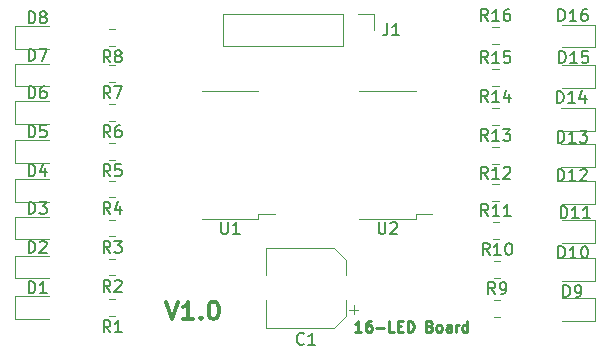
<source format=gbr>
G04 #@! TF.GenerationSoftware,KiCad,Pcbnew,(5.0.1-3-g963ef8bb5)*
G04 #@! TF.CreationDate,2018-12-19T14:50:12+08:00*
G04 #@! TF.ProjectId,16-LED-board,31362D4C45442D626F6172642E6B6963,1.0*
G04 #@! TF.SameCoordinates,Original*
G04 #@! TF.FileFunction,Legend,Top*
G04 #@! TF.FilePolarity,Positive*
%FSLAX46Y46*%
G04 Gerber Fmt 4.6, Leading zero omitted, Abs format (unit mm)*
G04 Created by KiCad (PCBNEW (5.0.1-3-g963ef8bb5)) date 2018 December 19, Wednesday 14:50:12*
%MOMM*%
%LPD*%
G01*
G04 APERTURE LIST*
%ADD10C,0.225000*%
%ADD11C,0.300000*%
%ADD12C,0.120000*%
%ADD13C,0.150000*%
G04 APERTURE END LIST*
D10*
X94499642Y-110135142D02*
X93985357Y-110135142D01*
X94242500Y-110135142D02*
X94242500Y-109235142D01*
X94156785Y-109363714D01*
X94071071Y-109449428D01*
X93985357Y-109492285D01*
X95271071Y-109235142D02*
X95099642Y-109235142D01*
X95013928Y-109278000D01*
X94971071Y-109320857D01*
X94885357Y-109449428D01*
X94842500Y-109620857D01*
X94842500Y-109963714D01*
X94885357Y-110049428D01*
X94928214Y-110092285D01*
X95013928Y-110135142D01*
X95185357Y-110135142D01*
X95271071Y-110092285D01*
X95313928Y-110049428D01*
X95356785Y-109963714D01*
X95356785Y-109749428D01*
X95313928Y-109663714D01*
X95271071Y-109620857D01*
X95185357Y-109578000D01*
X95013928Y-109578000D01*
X94928214Y-109620857D01*
X94885357Y-109663714D01*
X94842500Y-109749428D01*
X95742500Y-109792285D02*
X96428214Y-109792285D01*
X97285357Y-110135142D02*
X96856785Y-110135142D01*
X96856785Y-109235142D01*
X97585357Y-109663714D02*
X97885357Y-109663714D01*
X98013928Y-110135142D02*
X97585357Y-110135142D01*
X97585357Y-109235142D01*
X98013928Y-109235142D01*
X98399642Y-110135142D02*
X98399642Y-109235142D01*
X98613928Y-109235142D01*
X98742500Y-109278000D01*
X98828214Y-109363714D01*
X98871071Y-109449428D01*
X98913928Y-109620857D01*
X98913928Y-109749428D01*
X98871071Y-109920857D01*
X98828214Y-110006571D01*
X98742500Y-110092285D01*
X98613928Y-110135142D01*
X98399642Y-110135142D01*
X100285357Y-109663714D02*
X100413928Y-109706571D01*
X100456785Y-109749428D01*
X100499642Y-109835142D01*
X100499642Y-109963714D01*
X100456785Y-110049428D01*
X100413928Y-110092285D01*
X100328214Y-110135142D01*
X99985357Y-110135142D01*
X99985357Y-109235142D01*
X100285357Y-109235142D01*
X100371071Y-109278000D01*
X100413928Y-109320857D01*
X100456785Y-109406571D01*
X100456785Y-109492285D01*
X100413928Y-109578000D01*
X100371071Y-109620857D01*
X100285357Y-109663714D01*
X99985357Y-109663714D01*
X101013928Y-110135142D02*
X100928214Y-110092285D01*
X100885357Y-110049428D01*
X100842500Y-109963714D01*
X100842500Y-109706571D01*
X100885357Y-109620857D01*
X100928214Y-109578000D01*
X101013928Y-109535142D01*
X101142500Y-109535142D01*
X101228214Y-109578000D01*
X101271071Y-109620857D01*
X101313928Y-109706571D01*
X101313928Y-109963714D01*
X101271071Y-110049428D01*
X101228214Y-110092285D01*
X101142500Y-110135142D01*
X101013928Y-110135142D01*
X102085357Y-110135142D02*
X102085357Y-109663714D01*
X102042500Y-109578000D01*
X101956785Y-109535142D01*
X101785357Y-109535142D01*
X101699642Y-109578000D01*
X102085357Y-110092285D02*
X101999642Y-110135142D01*
X101785357Y-110135142D01*
X101699642Y-110092285D01*
X101656785Y-110006571D01*
X101656785Y-109920857D01*
X101699642Y-109835142D01*
X101785357Y-109792285D01*
X101999642Y-109792285D01*
X102085357Y-109749428D01*
X102513928Y-110135142D02*
X102513928Y-109535142D01*
X102513928Y-109706571D02*
X102556785Y-109620857D01*
X102599642Y-109578000D01*
X102685357Y-109535142D01*
X102771071Y-109535142D01*
X103456785Y-110135142D02*
X103456785Y-109235142D01*
X103456785Y-110092285D02*
X103371071Y-110135142D01*
X103199642Y-110135142D01*
X103113928Y-110092285D01*
X103071071Y-110049428D01*
X103028214Y-109963714D01*
X103028214Y-109706571D01*
X103071071Y-109620857D01*
X103113928Y-109578000D01*
X103199642Y-109535142D01*
X103371071Y-109535142D01*
X103456785Y-109578000D01*
D11*
X77978285Y-107573071D02*
X78478285Y-109073071D01*
X78978285Y-107573071D01*
X80264000Y-109073071D02*
X79406857Y-109073071D01*
X79835428Y-109073071D02*
X79835428Y-107573071D01*
X79692571Y-107787357D01*
X79549714Y-107930214D01*
X79406857Y-108001642D01*
X80906857Y-108930214D02*
X80978285Y-109001642D01*
X80906857Y-109073071D01*
X80835428Y-109001642D01*
X80906857Y-108930214D01*
X80906857Y-109073071D01*
X81906857Y-107573071D02*
X82049714Y-107573071D01*
X82192571Y-107644500D01*
X82264000Y-107715928D01*
X82335428Y-107858785D01*
X82406857Y-108144500D01*
X82406857Y-108501642D01*
X82335428Y-108787357D01*
X82264000Y-108930214D01*
X82192571Y-109001642D01*
X82049714Y-109073071D01*
X81906857Y-109073071D01*
X81764000Y-109001642D01*
X81692571Y-108930214D01*
X81621142Y-108787357D01*
X81549714Y-108501642D01*
X81549714Y-108144500D01*
X81621142Y-107858785D01*
X81692571Y-107715928D01*
X81764000Y-107644500D01*
X81906857Y-107573071D01*
D12*
G04 #@! TO.C,C1*
X86379000Y-103016000D02*
X86379000Y-105366000D01*
X86379000Y-109836000D02*
X86379000Y-107486000D01*
X92134563Y-109836000D02*
X86379000Y-109836000D01*
X92134563Y-103016000D02*
X86379000Y-103016000D01*
X93199000Y-104080437D02*
X93199000Y-105366000D01*
X93199000Y-108771563D02*
X93199000Y-107486000D01*
X93199000Y-108771563D02*
X92134563Y-109836000D01*
X93199000Y-104080437D02*
X92134563Y-103016000D01*
X94226500Y-108273500D02*
X93439000Y-108273500D01*
X93832750Y-108667250D02*
X93832750Y-107879750D01*
G04 #@! TO.C,D1*
X65187000Y-109037000D02*
X68047000Y-109037000D01*
X65187000Y-107117000D02*
X65187000Y-109037000D01*
X68047000Y-107117000D02*
X65187000Y-107117000D01*
G04 #@! TO.C,D2*
X68047000Y-103688000D02*
X65187000Y-103688000D01*
X65187000Y-103688000D02*
X65187000Y-105608000D01*
X65187000Y-105608000D02*
X68047000Y-105608000D01*
G04 #@! TO.C,D3*
X65187000Y-102306000D02*
X68047000Y-102306000D01*
X65187000Y-100386000D02*
X65187000Y-102306000D01*
X68047000Y-100386000D02*
X65187000Y-100386000D01*
G04 #@! TO.C,D4*
X68047000Y-97211000D02*
X65187000Y-97211000D01*
X65187000Y-97211000D02*
X65187000Y-99131000D01*
X65187000Y-99131000D02*
X68047000Y-99131000D01*
G04 #@! TO.C,D5*
X65187000Y-95829000D02*
X68047000Y-95829000D01*
X65187000Y-93909000D02*
X65187000Y-95829000D01*
X68047000Y-93909000D02*
X65187000Y-93909000D01*
G04 #@! TO.C,D6*
X68047000Y-90607000D02*
X65187000Y-90607000D01*
X65187000Y-90607000D02*
X65187000Y-92527000D01*
X65187000Y-92527000D02*
X68047000Y-92527000D01*
G04 #@! TO.C,D7*
X65187000Y-89352000D02*
X68047000Y-89352000D01*
X65187000Y-87432000D02*
X65187000Y-89352000D01*
X68047000Y-87432000D02*
X65187000Y-87432000D01*
G04 #@! TO.C,D8*
X68047000Y-84257000D02*
X65187000Y-84257000D01*
X65187000Y-84257000D02*
X65187000Y-86177000D01*
X65187000Y-86177000D02*
X68047000Y-86177000D01*
G04 #@! TO.C,D9*
X111449500Y-109227500D02*
X114309500Y-109227500D01*
X114309500Y-109227500D02*
X114309500Y-107307500D01*
X114309500Y-107307500D02*
X111449500Y-107307500D01*
G04 #@! TO.C,D10*
X114309500Y-103878500D02*
X111449500Y-103878500D01*
X114309500Y-105798500D02*
X114309500Y-103878500D01*
X111449500Y-105798500D02*
X114309500Y-105798500D01*
G04 #@! TO.C,D11*
X111449500Y-102623500D02*
X114309500Y-102623500D01*
X114309500Y-102623500D02*
X114309500Y-100703500D01*
X114309500Y-100703500D02*
X111449500Y-100703500D01*
G04 #@! TO.C,D12*
X114309500Y-97401500D02*
X111449500Y-97401500D01*
X114309500Y-99321500D02*
X114309500Y-97401500D01*
X111449500Y-99321500D02*
X114309500Y-99321500D01*
G04 #@! TO.C,D13*
X111386000Y-96146500D02*
X114246000Y-96146500D01*
X114246000Y-96146500D02*
X114246000Y-94226500D01*
X114246000Y-94226500D02*
X111386000Y-94226500D01*
G04 #@! TO.C,D14*
X114246000Y-91178500D02*
X111386000Y-91178500D01*
X114246000Y-93098500D02*
X114246000Y-91178500D01*
X111386000Y-93098500D02*
X114246000Y-93098500D01*
G04 #@! TO.C,D15*
X111449500Y-89479000D02*
X114309500Y-89479000D01*
X114309500Y-89479000D02*
X114309500Y-87559000D01*
X114309500Y-87559000D02*
X111449500Y-87559000D01*
G04 #@! TO.C,D16*
X114309500Y-84130000D02*
X111449500Y-84130000D01*
X114309500Y-86050000D02*
X114309500Y-84130000D01*
X111449500Y-86050000D02*
X114309500Y-86050000D01*
G04 #@! TO.C,J1*
X82744000Y-83252000D02*
X82744000Y-85912000D01*
X92964000Y-83252000D02*
X82744000Y-83252000D01*
X92964000Y-85912000D02*
X82744000Y-85912000D01*
X92964000Y-83252000D02*
X92964000Y-85912000D01*
X94234000Y-83252000D02*
X95564000Y-83252000D01*
X95564000Y-83252000D02*
X95564000Y-84582000D01*
G04 #@! TO.C,R1*
X73658252Y-108787000D02*
X73135748Y-108787000D01*
X73658252Y-107367000D02*
X73135748Y-107367000D01*
G04 #@! TO.C,R2*
X73658252Y-103938000D02*
X73135748Y-103938000D01*
X73658252Y-105358000D02*
X73135748Y-105358000D01*
G04 #@! TO.C,R3*
X73658252Y-102056000D02*
X73135748Y-102056000D01*
X73658252Y-100636000D02*
X73135748Y-100636000D01*
G04 #@! TO.C,R4*
X73658252Y-97334000D02*
X73135748Y-97334000D01*
X73658252Y-98754000D02*
X73135748Y-98754000D01*
G04 #@! TO.C,R5*
X73658252Y-94159000D02*
X73135748Y-94159000D01*
X73658252Y-95579000D02*
X73135748Y-95579000D01*
G04 #@! TO.C,R6*
X73658252Y-92277000D02*
X73135748Y-92277000D01*
X73658252Y-90857000D02*
X73135748Y-90857000D01*
G04 #@! TO.C,R7*
X73658252Y-88975000D02*
X73135748Y-88975000D01*
X73658252Y-87555000D02*
X73135748Y-87555000D01*
G04 #@! TO.C,R8*
X73658252Y-85927000D02*
X73135748Y-85927000D01*
X73658252Y-84507000D02*
X73135748Y-84507000D01*
G04 #@! TO.C,R9*
X105729248Y-108850500D02*
X106251752Y-108850500D01*
X105729248Y-107430500D02*
X106251752Y-107430500D01*
G04 #@! TO.C,R10*
X105729248Y-104128500D02*
X106251752Y-104128500D01*
X105729248Y-105548500D02*
X106251752Y-105548500D01*
G04 #@! TO.C,R11*
X105602248Y-102246500D02*
X106124752Y-102246500D01*
X105602248Y-100826500D02*
X106124752Y-100826500D01*
G04 #@! TO.C,R12*
X105593248Y-97651500D02*
X106115752Y-97651500D01*
X105593248Y-99071500D02*
X106115752Y-99071500D01*
G04 #@! TO.C,R13*
X105584248Y-95896500D02*
X106106752Y-95896500D01*
X105584248Y-94476500D02*
X106106752Y-94476500D01*
G04 #@! TO.C,R14*
X105584248Y-91174500D02*
X106106752Y-91174500D01*
X105584248Y-92594500D02*
X106106752Y-92594500D01*
G04 #@! TO.C,R15*
X105584248Y-89292500D02*
X106106752Y-89292500D01*
X105584248Y-87872500D02*
X106106752Y-87872500D01*
G04 #@! TO.C,R16*
X105593248Y-85736500D02*
X106115752Y-85736500D01*
X105593248Y-84316500D02*
X106115752Y-84316500D01*
G04 #@! TO.C,U1*
X85775500Y-89786500D02*
X80975500Y-89786500D01*
X85775500Y-100586500D02*
X80975500Y-100586500D01*
X85775500Y-100186500D02*
X87175500Y-100186500D01*
X85775500Y-100586500D02*
X85775500Y-100186500D01*
G04 #@! TO.C,U2*
X99110500Y-100586500D02*
X99110500Y-100186500D01*
X99110500Y-100186500D02*
X100510500Y-100186500D01*
X99110500Y-100586500D02*
X94310500Y-100586500D01*
X99110500Y-89786500D02*
X94310500Y-89786500D01*
G04 #@! TO.C,C1*
D13*
X89622333Y-111133142D02*
X89574714Y-111180761D01*
X89431857Y-111228380D01*
X89336619Y-111228380D01*
X89193761Y-111180761D01*
X89098523Y-111085523D01*
X89050904Y-110990285D01*
X89003285Y-110799809D01*
X89003285Y-110656952D01*
X89050904Y-110466476D01*
X89098523Y-110371238D01*
X89193761Y-110276000D01*
X89336619Y-110228380D01*
X89431857Y-110228380D01*
X89574714Y-110276000D01*
X89622333Y-110323619D01*
X90574714Y-111228380D02*
X90003285Y-111228380D01*
X90289000Y-111228380D02*
X90289000Y-110228380D01*
X90193761Y-110371238D01*
X90098523Y-110466476D01*
X90003285Y-110514095D01*
G04 #@! TO.C,D1*
X66308904Y-106879380D02*
X66308904Y-105879380D01*
X66547000Y-105879380D01*
X66689857Y-105927000D01*
X66785095Y-106022238D01*
X66832714Y-106117476D01*
X66880333Y-106307952D01*
X66880333Y-106450809D01*
X66832714Y-106641285D01*
X66785095Y-106736523D01*
X66689857Y-106831761D01*
X66547000Y-106879380D01*
X66308904Y-106879380D01*
X67832714Y-106879380D02*
X67261285Y-106879380D01*
X67547000Y-106879380D02*
X67547000Y-105879380D01*
X67451761Y-106022238D01*
X67356523Y-106117476D01*
X67261285Y-106165095D01*
G04 #@! TO.C,D2*
X66308904Y-103450380D02*
X66308904Y-102450380D01*
X66547000Y-102450380D01*
X66689857Y-102498000D01*
X66785095Y-102593238D01*
X66832714Y-102688476D01*
X66880333Y-102878952D01*
X66880333Y-103021809D01*
X66832714Y-103212285D01*
X66785095Y-103307523D01*
X66689857Y-103402761D01*
X66547000Y-103450380D01*
X66308904Y-103450380D01*
X67261285Y-102545619D02*
X67308904Y-102498000D01*
X67404142Y-102450380D01*
X67642238Y-102450380D01*
X67737476Y-102498000D01*
X67785095Y-102545619D01*
X67832714Y-102640857D01*
X67832714Y-102736095D01*
X67785095Y-102878952D01*
X67213666Y-103450380D01*
X67832714Y-103450380D01*
G04 #@! TO.C,D3*
X66308904Y-100148380D02*
X66308904Y-99148380D01*
X66547000Y-99148380D01*
X66689857Y-99196000D01*
X66785095Y-99291238D01*
X66832714Y-99386476D01*
X66880333Y-99576952D01*
X66880333Y-99719809D01*
X66832714Y-99910285D01*
X66785095Y-100005523D01*
X66689857Y-100100761D01*
X66547000Y-100148380D01*
X66308904Y-100148380D01*
X67213666Y-99148380D02*
X67832714Y-99148380D01*
X67499380Y-99529333D01*
X67642238Y-99529333D01*
X67737476Y-99576952D01*
X67785095Y-99624571D01*
X67832714Y-99719809D01*
X67832714Y-99957904D01*
X67785095Y-100053142D01*
X67737476Y-100100761D01*
X67642238Y-100148380D01*
X67356523Y-100148380D01*
X67261285Y-100100761D01*
X67213666Y-100053142D01*
G04 #@! TO.C,D4*
X66308904Y-96973380D02*
X66308904Y-95973380D01*
X66547000Y-95973380D01*
X66689857Y-96021000D01*
X66785095Y-96116238D01*
X66832714Y-96211476D01*
X66880333Y-96401952D01*
X66880333Y-96544809D01*
X66832714Y-96735285D01*
X66785095Y-96830523D01*
X66689857Y-96925761D01*
X66547000Y-96973380D01*
X66308904Y-96973380D01*
X67737476Y-96306714D02*
X67737476Y-96973380D01*
X67499380Y-95925761D02*
X67261285Y-96640047D01*
X67880333Y-96640047D01*
G04 #@! TO.C,D5*
X66308904Y-93671380D02*
X66308904Y-92671380D01*
X66547000Y-92671380D01*
X66689857Y-92719000D01*
X66785095Y-92814238D01*
X66832714Y-92909476D01*
X66880333Y-93099952D01*
X66880333Y-93242809D01*
X66832714Y-93433285D01*
X66785095Y-93528523D01*
X66689857Y-93623761D01*
X66547000Y-93671380D01*
X66308904Y-93671380D01*
X67785095Y-92671380D02*
X67308904Y-92671380D01*
X67261285Y-93147571D01*
X67308904Y-93099952D01*
X67404142Y-93052333D01*
X67642238Y-93052333D01*
X67737476Y-93099952D01*
X67785095Y-93147571D01*
X67832714Y-93242809D01*
X67832714Y-93480904D01*
X67785095Y-93576142D01*
X67737476Y-93623761D01*
X67642238Y-93671380D01*
X67404142Y-93671380D01*
X67308904Y-93623761D01*
X67261285Y-93576142D01*
G04 #@! TO.C,D6*
X66308904Y-90369380D02*
X66308904Y-89369380D01*
X66547000Y-89369380D01*
X66689857Y-89417000D01*
X66785095Y-89512238D01*
X66832714Y-89607476D01*
X66880333Y-89797952D01*
X66880333Y-89940809D01*
X66832714Y-90131285D01*
X66785095Y-90226523D01*
X66689857Y-90321761D01*
X66547000Y-90369380D01*
X66308904Y-90369380D01*
X67737476Y-89369380D02*
X67547000Y-89369380D01*
X67451761Y-89417000D01*
X67404142Y-89464619D01*
X67308904Y-89607476D01*
X67261285Y-89797952D01*
X67261285Y-90178904D01*
X67308904Y-90274142D01*
X67356523Y-90321761D01*
X67451761Y-90369380D01*
X67642238Y-90369380D01*
X67737476Y-90321761D01*
X67785095Y-90274142D01*
X67832714Y-90178904D01*
X67832714Y-89940809D01*
X67785095Y-89845571D01*
X67737476Y-89797952D01*
X67642238Y-89750333D01*
X67451761Y-89750333D01*
X67356523Y-89797952D01*
X67308904Y-89845571D01*
X67261285Y-89940809D01*
G04 #@! TO.C,D7*
X66308904Y-87194380D02*
X66308904Y-86194380D01*
X66547000Y-86194380D01*
X66689857Y-86242000D01*
X66785095Y-86337238D01*
X66832714Y-86432476D01*
X66880333Y-86622952D01*
X66880333Y-86765809D01*
X66832714Y-86956285D01*
X66785095Y-87051523D01*
X66689857Y-87146761D01*
X66547000Y-87194380D01*
X66308904Y-87194380D01*
X67213666Y-86194380D02*
X67880333Y-86194380D01*
X67451761Y-87194380D01*
G04 #@! TO.C,D8*
X66308904Y-84019380D02*
X66308904Y-83019380D01*
X66547000Y-83019380D01*
X66689857Y-83067000D01*
X66785095Y-83162238D01*
X66832714Y-83257476D01*
X66880333Y-83447952D01*
X66880333Y-83590809D01*
X66832714Y-83781285D01*
X66785095Y-83876523D01*
X66689857Y-83971761D01*
X66547000Y-84019380D01*
X66308904Y-84019380D01*
X67451761Y-83447952D02*
X67356523Y-83400333D01*
X67308904Y-83352714D01*
X67261285Y-83257476D01*
X67261285Y-83209857D01*
X67308904Y-83114619D01*
X67356523Y-83067000D01*
X67451761Y-83019380D01*
X67642238Y-83019380D01*
X67737476Y-83067000D01*
X67785095Y-83114619D01*
X67832714Y-83209857D01*
X67832714Y-83257476D01*
X67785095Y-83352714D01*
X67737476Y-83400333D01*
X67642238Y-83447952D01*
X67451761Y-83447952D01*
X67356523Y-83495571D01*
X67308904Y-83543190D01*
X67261285Y-83638428D01*
X67261285Y-83828904D01*
X67308904Y-83924142D01*
X67356523Y-83971761D01*
X67451761Y-84019380D01*
X67642238Y-84019380D01*
X67737476Y-83971761D01*
X67785095Y-83924142D01*
X67832714Y-83828904D01*
X67832714Y-83638428D01*
X67785095Y-83543190D01*
X67737476Y-83495571D01*
X67642238Y-83447952D01*
G04 #@! TO.C,D9*
X111593404Y-107195880D02*
X111593404Y-106195880D01*
X111831500Y-106195880D01*
X111974357Y-106243500D01*
X112069595Y-106338738D01*
X112117214Y-106433976D01*
X112164833Y-106624452D01*
X112164833Y-106767309D01*
X112117214Y-106957785D01*
X112069595Y-107053023D01*
X111974357Y-107148261D01*
X111831500Y-107195880D01*
X111593404Y-107195880D01*
X112641023Y-107195880D02*
X112831500Y-107195880D01*
X112926738Y-107148261D01*
X112974357Y-107100642D01*
X113069595Y-106957785D01*
X113117214Y-106767309D01*
X113117214Y-106386357D01*
X113069595Y-106291119D01*
X113021976Y-106243500D01*
X112926738Y-106195880D01*
X112736261Y-106195880D01*
X112641023Y-106243500D01*
X112593404Y-106291119D01*
X112545785Y-106386357D01*
X112545785Y-106624452D01*
X112593404Y-106719690D01*
X112641023Y-106767309D01*
X112736261Y-106814928D01*
X112926738Y-106814928D01*
X113021976Y-106767309D01*
X113069595Y-106719690D01*
X113117214Y-106624452D01*
G04 #@! TO.C,D10*
X111180714Y-103893880D02*
X111180714Y-102893880D01*
X111418809Y-102893880D01*
X111561666Y-102941500D01*
X111656904Y-103036738D01*
X111704523Y-103131976D01*
X111752142Y-103322452D01*
X111752142Y-103465309D01*
X111704523Y-103655785D01*
X111656904Y-103751023D01*
X111561666Y-103846261D01*
X111418809Y-103893880D01*
X111180714Y-103893880D01*
X112704523Y-103893880D02*
X112133095Y-103893880D01*
X112418809Y-103893880D02*
X112418809Y-102893880D01*
X112323571Y-103036738D01*
X112228333Y-103131976D01*
X112133095Y-103179595D01*
X113323571Y-102893880D02*
X113418809Y-102893880D01*
X113514047Y-102941500D01*
X113561666Y-102989119D01*
X113609285Y-103084357D01*
X113656904Y-103274833D01*
X113656904Y-103512928D01*
X113609285Y-103703404D01*
X113561666Y-103798642D01*
X113514047Y-103846261D01*
X113418809Y-103893880D01*
X113323571Y-103893880D01*
X113228333Y-103846261D01*
X113180714Y-103798642D01*
X113133095Y-103703404D01*
X113085476Y-103512928D01*
X113085476Y-103274833D01*
X113133095Y-103084357D01*
X113180714Y-102989119D01*
X113228333Y-102941500D01*
X113323571Y-102893880D01*
G04 #@! TO.C,D11*
X111371214Y-100528380D02*
X111371214Y-99528380D01*
X111609309Y-99528380D01*
X111752166Y-99576000D01*
X111847404Y-99671238D01*
X111895023Y-99766476D01*
X111942642Y-99956952D01*
X111942642Y-100099809D01*
X111895023Y-100290285D01*
X111847404Y-100385523D01*
X111752166Y-100480761D01*
X111609309Y-100528380D01*
X111371214Y-100528380D01*
X112895023Y-100528380D02*
X112323595Y-100528380D01*
X112609309Y-100528380D02*
X112609309Y-99528380D01*
X112514071Y-99671238D01*
X112418833Y-99766476D01*
X112323595Y-99814095D01*
X113847404Y-100528380D02*
X113275976Y-100528380D01*
X113561690Y-100528380D02*
X113561690Y-99528380D01*
X113466452Y-99671238D01*
X113371214Y-99766476D01*
X113275976Y-99814095D01*
G04 #@! TO.C,D12*
X111117214Y-97353380D02*
X111117214Y-96353380D01*
X111355309Y-96353380D01*
X111498166Y-96401000D01*
X111593404Y-96496238D01*
X111641023Y-96591476D01*
X111688642Y-96781952D01*
X111688642Y-96924809D01*
X111641023Y-97115285D01*
X111593404Y-97210523D01*
X111498166Y-97305761D01*
X111355309Y-97353380D01*
X111117214Y-97353380D01*
X112641023Y-97353380D02*
X112069595Y-97353380D01*
X112355309Y-97353380D02*
X112355309Y-96353380D01*
X112260071Y-96496238D01*
X112164833Y-96591476D01*
X112069595Y-96639095D01*
X113021976Y-96448619D02*
X113069595Y-96401000D01*
X113164833Y-96353380D01*
X113402928Y-96353380D01*
X113498166Y-96401000D01*
X113545785Y-96448619D01*
X113593404Y-96543857D01*
X113593404Y-96639095D01*
X113545785Y-96781952D01*
X112974357Y-97353380D01*
X113593404Y-97353380D01*
G04 #@! TO.C,D13*
X111117214Y-94114880D02*
X111117214Y-93114880D01*
X111355309Y-93114880D01*
X111498166Y-93162500D01*
X111593404Y-93257738D01*
X111641023Y-93352976D01*
X111688642Y-93543452D01*
X111688642Y-93686309D01*
X111641023Y-93876785D01*
X111593404Y-93972023D01*
X111498166Y-94067261D01*
X111355309Y-94114880D01*
X111117214Y-94114880D01*
X112641023Y-94114880D02*
X112069595Y-94114880D01*
X112355309Y-94114880D02*
X112355309Y-93114880D01*
X112260071Y-93257738D01*
X112164833Y-93352976D01*
X112069595Y-93400595D01*
X112974357Y-93114880D02*
X113593404Y-93114880D01*
X113260071Y-93495833D01*
X113402928Y-93495833D01*
X113498166Y-93543452D01*
X113545785Y-93591071D01*
X113593404Y-93686309D01*
X113593404Y-93924404D01*
X113545785Y-94019642D01*
X113498166Y-94067261D01*
X113402928Y-94114880D01*
X113117214Y-94114880D01*
X113021976Y-94067261D01*
X112974357Y-94019642D01*
G04 #@! TO.C,D14*
X111053714Y-90749380D02*
X111053714Y-89749380D01*
X111291809Y-89749380D01*
X111434666Y-89797000D01*
X111529904Y-89892238D01*
X111577523Y-89987476D01*
X111625142Y-90177952D01*
X111625142Y-90320809D01*
X111577523Y-90511285D01*
X111529904Y-90606523D01*
X111434666Y-90701761D01*
X111291809Y-90749380D01*
X111053714Y-90749380D01*
X112577523Y-90749380D02*
X112006095Y-90749380D01*
X112291809Y-90749380D02*
X112291809Y-89749380D01*
X112196571Y-89892238D01*
X112101333Y-89987476D01*
X112006095Y-90035095D01*
X113434666Y-90082714D02*
X113434666Y-90749380D01*
X113196571Y-89701761D02*
X112958476Y-90416047D01*
X113577523Y-90416047D01*
G04 #@! TO.C,D15*
X111235214Y-87383880D02*
X111235214Y-86383880D01*
X111473309Y-86383880D01*
X111616166Y-86431500D01*
X111711404Y-86526738D01*
X111759023Y-86621976D01*
X111806642Y-86812452D01*
X111806642Y-86955309D01*
X111759023Y-87145785D01*
X111711404Y-87241023D01*
X111616166Y-87336261D01*
X111473309Y-87383880D01*
X111235214Y-87383880D01*
X112759023Y-87383880D02*
X112187595Y-87383880D01*
X112473309Y-87383880D02*
X112473309Y-86383880D01*
X112378071Y-86526738D01*
X112282833Y-86621976D01*
X112187595Y-86669595D01*
X113663785Y-86383880D02*
X113187595Y-86383880D01*
X113139976Y-86860071D01*
X113187595Y-86812452D01*
X113282833Y-86764833D01*
X113520928Y-86764833D01*
X113616166Y-86812452D01*
X113663785Y-86860071D01*
X113711404Y-86955309D01*
X113711404Y-87193404D01*
X113663785Y-87288642D01*
X113616166Y-87336261D01*
X113520928Y-87383880D01*
X113282833Y-87383880D01*
X113187595Y-87336261D01*
X113139976Y-87288642D01*
G04 #@! TO.C,D16*
X111180714Y-83827880D02*
X111180714Y-82827880D01*
X111418809Y-82827880D01*
X111561666Y-82875500D01*
X111656904Y-82970738D01*
X111704523Y-83065976D01*
X111752142Y-83256452D01*
X111752142Y-83399309D01*
X111704523Y-83589785D01*
X111656904Y-83685023D01*
X111561666Y-83780261D01*
X111418809Y-83827880D01*
X111180714Y-83827880D01*
X112704523Y-83827880D02*
X112133095Y-83827880D01*
X112418809Y-83827880D02*
X112418809Y-82827880D01*
X112323571Y-82970738D01*
X112228333Y-83065976D01*
X112133095Y-83113595D01*
X113561666Y-82827880D02*
X113371190Y-82827880D01*
X113275952Y-82875500D01*
X113228333Y-82923119D01*
X113133095Y-83065976D01*
X113085476Y-83256452D01*
X113085476Y-83637404D01*
X113133095Y-83732642D01*
X113180714Y-83780261D01*
X113275952Y-83827880D01*
X113466428Y-83827880D01*
X113561666Y-83780261D01*
X113609285Y-83732642D01*
X113656904Y-83637404D01*
X113656904Y-83399309D01*
X113609285Y-83304071D01*
X113561666Y-83256452D01*
X113466428Y-83208833D01*
X113275952Y-83208833D01*
X113180714Y-83256452D01*
X113133095Y-83304071D01*
X113085476Y-83399309D01*
G04 #@! TO.C,J1*
X96694666Y-84034380D02*
X96694666Y-84748666D01*
X96647047Y-84891523D01*
X96551809Y-84986761D01*
X96408952Y-85034380D01*
X96313714Y-85034380D01*
X97694666Y-85034380D02*
X97123238Y-85034380D01*
X97408952Y-85034380D02*
X97408952Y-84034380D01*
X97313714Y-84177238D01*
X97218476Y-84272476D01*
X97123238Y-84320095D01*
G04 #@! TO.C,R1*
X73230333Y-110179380D02*
X72897000Y-109703190D01*
X72658904Y-110179380D02*
X72658904Y-109179380D01*
X73039857Y-109179380D01*
X73135095Y-109227000D01*
X73182714Y-109274619D01*
X73230333Y-109369857D01*
X73230333Y-109512714D01*
X73182714Y-109607952D01*
X73135095Y-109655571D01*
X73039857Y-109703190D01*
X72658904Y-109703190D01*
X74182714Y-110179380D02*
X73611285Y-110179380D01*
X73897000Y-110179380D02*
X73897000Y-109179380D01*
X73801761Y-109322238D01*
X73706523Y-109417476D01*
X73611285Y-109465095D01*
G04 #@! TO.C,R2*
X73230333Y-106750380D02*
X72897000Y-106274190D01*
X72658904Y-106750380D02*
X72658904Y-105750380D01*
X73039857Y-105750380D01*
X73135095Y-105798000D01*
X73182714Y-105845619D01*
X73230333Y-105940857D01*
X73230333Y-106083714D01*
X73182714Y-106178952D01*
X73135095Y-106226571D01*
X73039857Y-106274190D01*
X72658904Y-106274190D01*
X73611285Y-105845619D02*
X73658904Y-105798000D01*
X73754142Y-105750380D01*
X73992238Y-105750380D01*
X74087476Y-105798000D01*
X74135095Y-105845619D01*
X74182714Y-105940857D01*
X74182714Y-106036095D01*
X74135095Y-106178952D01*
X73563666Y-106750380D01*
X74182714Y-106750380D01*
G04 #@! TO.C,R3*
X73230333Y-103448380D02*
X72897000Y-102972190D01*
X72658904Y-103448380D02*
X72658904Y-102448380D01*
X73039857Y-102448380D01*
X73135095Y-102496000D01*
X73182714Y-102543619D01*
X73230333Y-102638857D01*
X73230333Y-102781714D01*
X73182714Y-102876952D01*
X73135095Y-102924571D01*
X73039857Y-102972190D01*
X72658904Y-102972190D01*
X73563666Y-102448380D02*
X74182714Y-102448380D01*
X73849380Y-102829333D01*
X73992238Y-102829333D01*
X74087476Y-102876952D01*
X74135095Y-102924571D01*
X74182714Y-103019809D01*
X74182714Y-103257904D01*
X74135095Y-103353142D01*
X74087476Y-103400761D01*
X73992238Y-103448380D01*
X73706523Y-103448380D01*
X73611285Y-103400761D01*
X73563666Y-103353142D01*
G04 #@! TO.C,R4*
X73230333Y-100146380D02*
X72897000Y-99670190D01*
X72658904Y-100146380D02*
X72658904Y-99146380D01*
X73039857Y-99146380D01*
X73135095Y-99194000D01*
X73182714Y-99241619D01*
X73230333Y-99336857D01*
X73230333Y-99479714D01*
X73182714Y-99574952D01*
X73135095Y-99622571D01*
X73039857Y-99670190D01*
X72658904Y-99670190D01*
X74087476Y-99479714D02*
X74087476Y-100146380D01*
X73849380Y-99098761D02*
X73611285Y-99813047D01*
X74230333Y-99813047D01*
G04 #@! TO.C,R5*
X73230333Y-96971380D02*
X72897000Y-96495190D01*
X72658904Y-96971380D02*
X72658904Y-95971380D01*
X73039857Y-95971380D01*
X73135095Y-96019000D01*
X73182714Y-96066619D01*
X73230333Y-96161857D01*
X73230333Y-96304714D01*
X73182714Y-96399952D01*
X73135095Y-96447571D01*
X73039857Y-96495190D01*
X72658904Y-96495190D01*
X74135095Y-95971380D02*
X73658904Y-95971380D01*
X73611285Y-96447571D01*
X73658904Y-96399952D01*
X73754142Y-96352333D01*
X73992238Y-96352333D01*
X74087476Y-96399952D01*
X74135095Y-96447571D01*
X74182714Y-96542809D01*
X74182714Y-96780904D01*
X74135095Y-96876142D01*
X74087476Y-96923761D01*
X73992238Y-96971380D01*
X73754142Y-96971380D01*
X73658904Y-96923761D01*
X73611285Y-96876142D01*
G04 #@! TO.C,R6*
X73230333Y-93669380D02*
X72897000Y-93193190D01*
X72658904Y-93669380D02*
X72658904Y-92669380D01*
X73039857Y-92669380D01*
X73135095Y-92717000D01*
X73182714Y-92764619D01*
X73230333Y-92859857D01*
X73230333Y-93002714D01*
X73182714Y-93097952D01*
X73135095Y-93145571D01*
X73039857Y-93193190D01*
X72658904Y-93193190D01*
X74087476Y-92669380D02*
X73897000Y-92669380D01*
X73801761Y-92717000D01*
X73754142Y-92764619D01*
X73658904Y-92907476D01*
X73611285Y-93097952D01*
X73611285Y-93478904D01*
X73658904Y-93574142D01*
X73706523Y-93621761D01*
X73801761Y-93669380D01*
X73992238Y-93669380D01*
X74087476Y-93621761D01*
X74135095Y-93574142D01*
X74182714Y-93478904D01*
X74182714Y-93240809D01*
X74135095Y-93145571D01*
X74087476Y-93097952D01*
X73992238Y-93050333D01*
X73801761Y-93050333D01*
X73706523Y-93097952D01*
X73658904Y-93145571D01*
X73611285Y-93240809D01*
G04 #@! TO.C,R7*
X73230333Y-90367380D02*
X72897000Y-89891190D01*
X72658904Y-90367380D02*
X72658904Y-89367380D01*
X73039857Y-89367380D01*
X73135095Y-89415000D01*
X73182714Y-89462619D01*
X73230333Y-89557857D01*
X73230333Y-89700714D01*
X73182714Y-89795952D01*
X73135095Y-89843571D01*
X73039857Y-89891190D01*
X72658904Y-89891190D01*
X73563666Y-89367380D02*
X74230333Y-89367380D01*
X73801761Y-90367380D01*
G04 #@! TO.C,R8*
X73230333Y-87319380D02*
X72897000Y-86843190D01*
X72658904Y-87319380D02*
X72658904Y-86319380D01*
X73039857Y-86319380D01*
X73135095Y-86367000D01*
X73182714Y-86414619D01*
X73230333Y-86509857D01*
X73230333Y-86652714D01*
X73182714Y-86747952D01*
X73135095Y-86795571D01*
X73039857Y-86843190D01*
X72658904Y-86843190D01*
X73801761Y-86747952D02*
X73706523Y-86700333D01*
X73658904Y-86652714D01*
X73611285Y-86557476D01*
X73611285Y-86509857D01*
X73658904Y-86414619D01*
X73706523Y-86367000D01*
X73801761Y-86319380D01*
X73992238Y-86319380D01*
X74087476Y-86367000D01*
X74135095Y-86414619D01*
X74182714Y-86509857D01*
X74182714Y-86557476D01*
X74135095Y-86652714D01*
X74087476Y-86700333D01*
X73992238Y-86747952D01*
X73801761Y-86747952D01*
X73706523Y-86795571D01*
X73658904Y-86843190D01*
X73611285Y-86938428D01*
X73611285Y-87128904D01*
X73658904Y-87224142D01*
X73706523Y-87271761D01*
X73801761Y-87319380D01*
X73992238Y-87319380D01*
X74087476Y-87271761D01*
X74135095Y-87224142D01*
X74182714Y-87128904D01*
X74182714Y-86938428D01*
X74135095Y-86843190D01*
X74087476Y-86795571D01*
X73992238Y-86747952D01*
G04 #@! TO.C,R9*
X105823833Y-106942880D02*
X105490500Y-106466690D01*
X105252404Y-106942880D02*
X105252404Y-105942880D01*
X105633357Y-105942880D01*
X105728595Y-105990500D01*
X105776214Y-106038119D01*
X105823833Y-106133357D01*
X105823833Y-106276214D01*
X105776214Y-106371452D01*
X105728595Y-106419071D01*
X105633357Y-106466690D01*
X105252404Y-106466690D01*
X106300023Y-106942880D02*
X106490500Y-106942880D01*
X106585738Y-106895261D01*
X106633357Y-106847642D01*
X106728595Y-106704785D01*
X106776214Y-106514309D01*
X106776214Y-106133357D01*
X106728595Y-106038119D01*
X106680976Y-105990500D01*
X106585738Y-105942880D01*
X106395261Y-105942880D01*
X106300023Y-105990500D01*
X106252404Y-106038119D01*
X106204785Y-106133357D01*
X106204785Y-106371452D01*
X106252404Y-106466690D01*
X106300023Y-106514309D01*
X106395261Y-106561928D01*
X106585738Y-106561928D01*
X106680976Y-106514309D01*
X106728595Y-106466690D01*
X106776214Y-106371452D01*
G04 #@! TO.C,R10*
X105347642Y-103640880D02*
X105014309Y-103164690D01*
X104776214Y-103640880D02*
X104776214Y-102640880D01*
X105157166Y-102640880D01*
X105252404Y-102688500D01*
X105300023Y-102736119D01*
X105347642Y-102831357D01*
X105347642Y-102974214D01*
X105300023Y-103069452D01*
X105252404Y-103117071D01*
X105157166Y-103164690D01*
X104776214Y-103164690D01*
X106300023Y-103640880D02*
X105728595Y-103640880D01*
X106014309Y-103640880D02*
X106014309Y-102640880D01*
X105919071Y-102783738D01*
X105823833Y-102878976D01*
X105728595Y-102926595D01*
X106919071Y-102640880D02*
X107014309Y-102640880D01*
X107109547Y-102688500D01*
X107157166Y-102736119D01*
X107204785Y-102831357D01*
X107252404Y-103021833D01*
X107252404Y-103259928D01*
X107204785Y-103450404D01*
X107157166Y-103545642D01*
X107109547Y-103593261D01*
X107014309Y-103640880D01*
X106919071Y-103640880D01*
X106823833Y-103593261D01*
X106776214Y-103545642D01*
X106728595Y-103450404D01*
X106680976Y-103259928D01*
X106680976Y-103021833D01*
X106728595Y-102831357D01*
X106776214Y-102736119D01*
X106823833Y-102688500D01*
X106919071Y-102640880D01*
G04 #@! TO.C,R11*
X105220642Y-100338880D02*
X104887309Y-99862690D01*
X104649214Y-100338880D02*
X104649214Y-99338880D01*
X105030166Y-99338880D01*
X105125404Y-99386500D01*
X105173023Y-99434119D01*
X105220642Y-99529357D01*
X105220642Y-99672214D01*
X105173023Y-99767452D01*
X105125404Y-99815071D01*
X105030166Y-99862690D01*
X104649214Y-99862690D01*
X106173023Y-100338880D02*
X105601595Y-100338880D01*
X105887309Y-100338880D02*
X105887309Y-99338880D01*
X105792071Y-99481738D01*
X105696833Y-99576976D01*
X105601595Y-99624595D01*
X107125404Y-100338880D02*
X106553976Y-100338880D01*
X106839690Y-100338880D02*
X106839690Y-99338880D01*
X106744452Y-99481738D01*
X106649214Y-99576976D01*
X106553976Y-99624595D01*
G04 #@! TO.C,R12*
X105211642Y-97163880D02*
X104878309Y-96687690D01*
X104640214Y-97163880D02*
X104640214Y-96163880D01*
X105021166Y-96163880D01*
X105116404Y-96211500D01*
X105164023Y-96259119D01*
X105211642Y-96354357D01*
X105211642Y-96497214D01*
X105164023Y-96592452D01*
X105116404Y-96640071D01*
X105021166Y-96687690D01*
X104640214Y-96687690D01*
X106164023Y-97163880D02*
X105592595Y-97163880D01*
X105878309Y-97163880D02*
X105878309Y-96163880D01*
X105783071Y-96306738D01*
X105687833Y-96401976D01*
X105592595Y-96449595D01*
X106544976Y-96259119D02*
X106592595Y-96211500D01*
X106687833Y-96163880D01*
X106925928Y-96163880D01*
X107021166Y-96211500D01*
X107068785Y-96259119D01*
X107116404Y-96354357D01*
X107116404Y-96449595D01*
X107068785Y-96592452D01*
X106497357Y-97163880D01*
X107116404Y-97163880D01*
G04 #@! TO.C,R13*
X105202642Y-93988880D02*
X104869309Y-93512690D01*
X104631214Y-93988880D02*
X104631214Y-92988880D01*
X105012166Y-92988880D01*
X105107404Y-93036500D01*
X105155023Y-93084119D01*
X105202642Y-93179357D01*
X105202642Y-93322214D01*
X105155023Y-93417452D01*
X105107404Y-93465071D01*
X105012166Y-93512690D01*
X104631214Y-93512690D01*
X106155023Y-93988880D02*
X105583595Y-93988880D01*
X105869309Y-93988880D02*
X105869309Y-92988880D01*
X105774071Y-93131738D01*
X105678833Y-93226976D01*
X105583595Y-93274595D01*
X106488357Y-92988880D02*
X107107404Y-92988880D01*
X106774071Y-93369833D01*
X106916928Y-93369833D01*
X107012166Y-93417452D01*
X107059785Y-93465071D01*
X107107404Y-93560309D01*
X107107404Y-93798404D01*
X107059785Y-93893642D01*
X107012166Y-93941261D01*
X106916928Y-93988880D01*
X106631214Y-93988880D01*
X106535976Y-93941261D01*
X106488357Y-93893642D01*
G04 #@! TO.C,R14*
X105202642Y-90686880D02*
X104869309Y-90210690D01*
X104631214Y-90686880D02*
X104631214Y-89686880D01*
X105012166Y-89686880D01*
X105107404Y-89734500D01*
X105155023Y-89782119D01*
X105202642Y-89877357D01*
X105202642Y-90020214D01*
X105155023Y-90115452D01*
X105107404Y-90163071D01*
X105012166Y-90210690D01*
X104631214Y-90210690D01*
X106155023Y-90686880D02*
X105583595Y-90686880D01*
X105869309Y-90686880D02*
X105869309Y-89686880D01*
X105774071Y-89829738D01*
X105678833Y-89924976D01*
X105583595Y-89972595D01*
X107012166Y-90020214D02*
X107012166Y-90686880D01*
X106774071Y-89639261D02*
X106535976Y-90353547D01*
X107155023Y-90353547D01*
G04 #@! TO.C,R15*
X105202642Y-87384880D02*
X104869309Y-86908690D01*
X104631214Y-87384880D02*
X104631214Y-86384880D01*
X105012166Y-86384880D01*
X105107404Y-86432500D01*
X105155023Y-86480119D01*
X105202642Y-86575357D01*
X105202642Y-86718214D01*
X105155023Y-86813452D01*
X105107404Y-86861071D01*
X105012166Y-86908690D01*
X104631214Y-86908690D01*
X106155023Y-87384880D02*
X105583595Y-87384880D01*
X105869309Y-87384880D02*
X105869309Y-86384880D01*
X105774071Y-86527738D01*
X105678833Y-86622976D01*
X105583595Y-86670595D01*
X107059785Y-86384880D02*
X106583595Y-86384880D01*
X106535976Y-86861071D01*
X106583595Y-86813452D01*
X106678833Y-86765833D01*
X106916928Y-86765833D01*
X107012166Y-86813452D01*
X107059785Y-86861071D01*
X107107404Y-86956309D01*
X107107404Y-87194404D01*
X107059785Y-87289642D01*
X107012166Y-87337261D01*
X106916928Y-87384880D01*
X106678833Y-87384880D01*
X106583595Y-87337261D01*
X106535976Y-87289642D01*
G04 #@! TO.C,R16*
X105211642Y-83828880D02*
X104878309Y-83352690D01*
X104640214Y-83828880D02*
X104640214Y-82828880D01*
X105021166Y-82828880D01*
X105116404Y-82876500D01*
X105164023Y-82924119D01*
X105211642Y-83019357D01*
X105211642Y-83162214D01*
X105164023Y-83257452D01*
X105116404Y-83305071D01*
X105021166Y-83352690D01*
X104640214Y-83352690D01*
X106164023Y-83828880D02*
X105592595Y-83828880D01*
X105878309Y-83828880D02*
X105878309Y-82828880D01*
X105783071Y-82971738D01*
X105687833Y-83066976D01*
X105592595Y-83114595D01*
X107021166Y-82828880D02*
X106830690Y-82828880D01*
X106735452Y-82876500D01*
X106687833Y-82924119D01*
X106592595Y-83066976D01*
X106544976Y-83257452D01*
X106544976Y-83638404D01*
X106592595Y-83733642D01*
X106640214Y-83781261D01*
X106735452Y-83828880D01*
X106925928Y-83828880D01*
X107021166Y-83781261D01*
X107068785Y-83733642D01*
X107116404Y-83638404D01*
X107116404Y-83400309D01*
X107068785Y-83305071D01*
X107021166Y-83257452D01*
X106925928Y-83209833D01*
X106735452Y-83209833D01*
X106640214Y-83257452D01*
X106592595Y-83305071D01*
X106544976Y-83400309D01*
G04 #@! TO.C,U1*
X82613595Y-100838880D02*
X82613595Y-101648404D01*
X82661214Y-101743642D01*
X82708833Y-101791261D01*
X82804071Y-101838880D01*
X82994547Y-101838880D01*
X83089785Y-101791261D01*
X83137404Y-101743642D01*
X83185023Y-101648404D01*
X83185023Y-100838880D01*
X84185023Y-101838880D02*
X83613595Y-101838880D01*
X83899309Y-101838880D02*
X83899309Y-100838880D01*
X83804071Y-100981738D01*
X83708833Y-101076976D01*
X83613595Y-101124595D01*
G04 #@! TO.C,U2*
X95948595Y-100838880D02*
X95948595Y-101648404D01*
X95996214Y-101743642D01*
X96043833Y-101791261D01*
X96139071Y-101838880D01*
X96329547Y-101838880D01*
X96424785Y-101791261D01*
X96472404Y-101743642D01*
X96520023Y-101648404D01*
X96520023Y-100838880D01*
X96948595Y-100934119D02*
X96996214Y-100886500D01*
X97091452Y-100838880D01*
X97329547Y-100838880D01*
X97424785Y-100886500D01*
X97472404Y-100934119D01*
X97520023Y-101029357D01*
X97520023Y-101124595D01*
X97472404Y-101267452D01*
X96900976Y-101838880D01*
X97520023Y-101838880D01*
G04 #@! TD*
M02*

</source>
